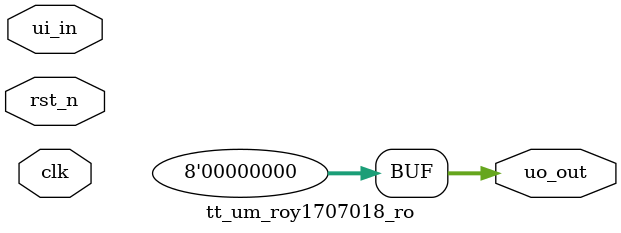
<source format=v>
/*
 * Copyright (c) 2024 Your Name
 * SPDX-License-Identifier: Apache-2.0
 */

`default_nettype none

module tt_um_roy1707018_ro (

	      // Include power ports for the Gate Level test:
`ifdef GL_TEST
      .VPWR(vpwr),
      .VGND(vgnd),
`endif
    input  wire [7:0] ui_in,    // Dedicated inputs (we'll use ui_in[1:0] for mux control)
    output wire [7:0] uo_out,   // Dedicated outputs (8-bit output of time count)
   // input  wire [7:0] uio_in,   // IOs: Input path
   // output wire [7:0] uio_out,  // IOs: Output path
    //output wire [7:0] uio_oe,   // IOs: Enable path (active high: 0=input, 1=output)
    //input  wire       ena,      // Don't use (used for power gating)
    input  wire       clk,      // System clock
    input  wire       rst_n     // Active-low reset
);


     // Signals to activate the ring oscillators and store their outputs
    wire [15:0] ro1_out;   // Output from the first 32 ROs
    wire [15:0] ro2_out;   // Output from the second 32 ROs

    // Instantiate the ro_only module
    ring_osc_buffer u_ro_only (
        .rst_n(rst_n),
        .clk(clk),
        .ro_activate_1(ui_in[0]),  // Use ui_in[0] to activate RO1 set
        .ro_activate_2(ui_in[1]),  // Use ui_in[1] to activate RO2 set
        .ro1_out(ro1_out),
        .ro2_out(ro2_out)
    );

    // Output the selected 8 bits to uo_out
   // assign uo_out = selected_count;
    assign uo_out[7:0] = 8'b0;
    //assign uio_out = 0;
    //assign uio_oe = 0;


  // List all unused inputs to prevent warnings
  //wire _unused = &{ena, uio_in, 1'b0};







endmodule

</source>
